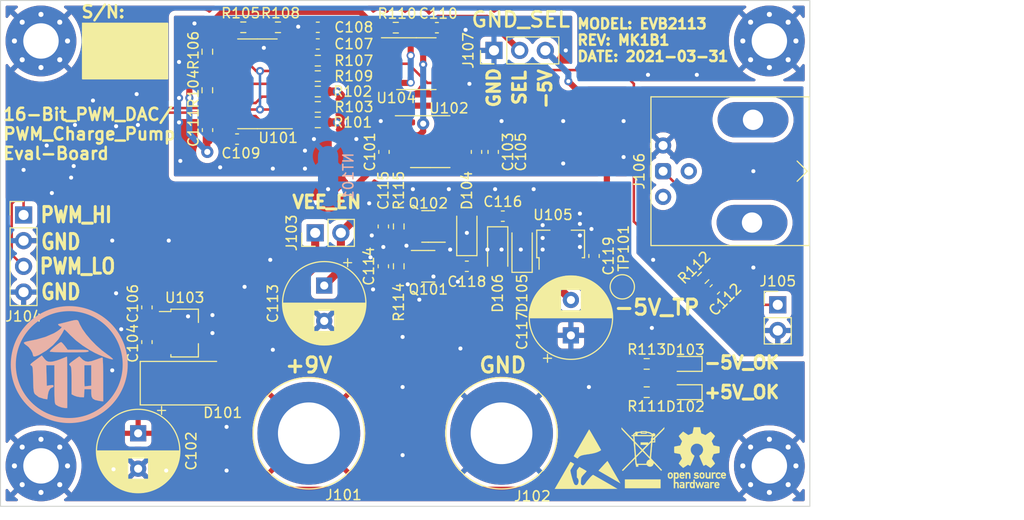
<source format=kicad_pcb>
(kicad_pcb (version 20210228) (generator pcbnew)
  (title_block (title "EVB2113") (date "2021-03-31") (rev "MK1B1"))
  (layers (0 "F.Cu" signal) (31 "B.Cu" signal) (34 "B.Paste" user) (35 "F.Paste" user) (36 "B.SilkS" user "B.Silkscreen") (37 "F.SilkS" user "F.Silkscreen") (38 "B.Mask" user) (39 "F.Mask" user) (44 "Edge.Cuts" user))
  (net 0 "")
  (net 1 "GNDA")
  (net 2 "+5V")
  (net 3 "/VREF_2V5")
  (net 4 "GND")
  (net 5 "+9V")
  (net 6 "Net-(C107-Pad2)")
  (net 7 "Net-(C107-Pad1)")
  (net 8 "+2V5")
  (net 9 "/DAC_OUT")
  (net 10 "/PWM_NEG_IN")
  (net 11 "Net-(C113-Pad1)")
  (net 12 "Net-(C116-Pad2)")
  (net 13 "Net-(C116-Pad1)")
  (net 14 "Net-(C117-Pad2)")
  (net 15 "-5V")
  (net 16 "Net-(D102-Pad2)")
  (net 17 "Net-(D103-Pad2)")
  (net 18 "/VIN_9V")
  (net 19 "/PWM_LO")
  (net 20 "/PWM_HI")
  (net 21 "Net-(Q101-Pad1)")
  (net 22 "Net-(R103-Pad2)")
  (net 23 "Net-(R103-Pad1)")
  (net 24 "Net-(R104-Pad2)")
  (net 25 "Net-(R104-Pad1)")
  (net 26 "Net-(R105-Pad2)")
  (net 27 "Net-(R106-Pad1)")
  (net 28 "Net-(R110-Pad1)")
  (net 29 "Net-(R112-Pad1)")
  (net 30 "Net-(D104-Pad1)")
  (net 31 "VEE")
  (footprint "Package_SO:SOIC-8_3.9x4.9mm_P1.27mm" (layer "F.Cu") (at 1.104625 -18.757625)
    (fp_text reference "U104")
    (fp_text value "OPA2188")
  )
  (footprint "Capacitor_THT:CP_Radial_D8.0mm_P3.50mm" (layer "F.Cu") (at -8.001 3.175 -90)
    (fp_text reference "C113")
    (fp_text value "100u")
  )
  (footprint "Symbol:ESD-Logo_6.6x6mm_SilkScreen" (layer "F.Cu") (at 18.034 20.32)
    (fp_text reference "REF**" hide)
    (fp_text value "ESD-Logo_6.6x6mm_SilkScreen" hide)
  )
  (footprint "Capacitor_SMD:C_0603_1608Metric_Pad1.08x0.95mm_HandSolder" (layer "F.Cu") (at -2.094 -10.033 -90)
    (fp_text reference "C101")
    (fp_text value "1u")
  )
  (footprint "Symbol:OSHW-Logo_5.7x6mm_SilkScreen" (layer "F.Cu") (at 28.829 20.193)
    (fp_text reference "REF**" hide)
    (fp_text value "OSHW-Logo_5.7x6mm_SilkScreen" hide)
  )
  (footprint "Capacitor_SMD:C_0603_1608Metric_Pad1.08x0.95mm_HandSolder" (layer "F.Cu") (at -8.636 -22.352 180)
    (fp_text reference "C108")
    (fp_text value "10n")
  )
  (footprint "Capacitor_SMD:C_0603_1608Metric_Pad1.08x0.95mm_HandSolder" (layer "F.Cu") (at -8.636 -20.701)
    (fp_text reference "C107")
    (fp_text value "5n6")
  )
  (footprint "Resistor_SMD:R_0603_1608Metric_Pad0.98x0.95mm_HandSolder" (layer "F.Cu") (at 23.876 13.716)
    (fp_text reference "R111")
    (fp_text value "1k")
  )
  (footprint "Connector_PinHeader_2.54mm:PinHeader_1x04_P2.54mm_Vertical" (layer "F.Cu") (at -37.719 -3.8)
    (fp_text reference "J104")
    (fp_text value "CONN_PWM_IN")
  )
  (footprint "MountingHole:MountingHole_3.5mm_Pad_Via" (layer "F.Cu") (at -36 -21)
    (fp_text reference "H101" hide)
    (fp_text value "M3")
  )
  (footprint "MountingHole:MountingHole_3.5mm_Pad_Via" (layer "F.Cu") (at 36 21)
    (fp_text reference "H103" hide)
    (fp_text value "M3")
  )
  (footprint "Package_SO:SOIC-8_3.9x4.9mm_P1.27mm" (layer "F.Cu") (at 2.478 -11.049)
    (fp_text reference "U102")
    (fp_text value "REF5025AD")
  )
  (footprint "Capacitor_SMD:C_0603_1608Metric_Pad1.08x0.95mm_HandSolder" (layer "F.Cu") (at 3.136625 -22.313625 180)
    (fp_text reference "C110")
    (fp_text value "100n")
  )
  (footprint "LED_SMD:LED_0603_1608Metric_Pad1.05x0.95mm_HandSolder" (layer "F.Cu") (at 27.686 13.716 180)
    (fp_text reference "D102")
    (fp_text value "GREEN")
  )
  (footprint "Connector_PinHeader_2.54mm:PinHeader_1x02_P2.54mm_Vertical" (layer "F.Cu") (at -8.895 -2.032 90)
    (fp_text reference "J103")
    (fp_text value "CONN_-5V_SW")
  )
  (footprint "Resistor_SMD:R_0603_1608Metric_Pad0.98x0.95mm_HandSolder" (layer "F.Cu") (at -8.636 -17.526 180)
    (fp_text reference "R109")
    (fp_text value "200k/0.1%")
  )
  (footprint "TestPoint:TestPoint_Pad_D2.0mm" (layer "F.Cu") (at 21.463 3.302)
    (fp_text reference "TP101")
    (fp_text value "TP_-5VOUT")
  )
  (footprint "Capacitor_THT:CP_Radial_D8.0mm_P3.50mm" (layer "F.Cu") (at 16.383 8.1015 90)
    (fp_text reference "C117")
    (fp_text value "100u")
  )
  (footprint "Capacitor_SMD:C_0603_1608Metric_Pad1.08x0.95mm_HandSolder" (layer "F.Cu") (at -2.159 1.27 90)
    (fp_text reference "C114")
    (fp_text value "2n2")
  )
  (footprint "Connector_PinHeader_2.54mm:PinHeader_1x03_P2.54mm_Vertical" (layer "F.Cu") (at 8.778 -20.066 90)
    (fp_text reference "J107")
    (fp_text value "Conn_01x03")
  )
  (footprint "Resistor_SMD:R_0603_1608Metric_Pad0.98x0.95mm_HandSolder" (layer "F.Cu") (at -0.927375 -22.313625 180)
    (fp_text reference "R110")
    (fp_text value "0R0")
  )
  (footprint "Resistor_SMD:R_0603_1608Metric_Pad0.98x0.95mm_HandSolder" (layer "F.Cu") (at -8.636 -14.478)
    (fp_text reference "R103")
    (fp_text value "3k92/0.1%")
  )
  (footprint "Package_TO_SOT_SMD:SOT-23" (layer "F.Cu") (at 2.286 -2.667 180)
    (fp_text reference "Q102")
    (fp_text value "MMBT3904")
  )
  (footprint "Capacitor_SMD:C_0603_1608Metric_Pad1.08x0.95mm_HandSolder" (layer "F.Cu") (at -2.159 -2.667 -90)
    (fp_text reference "C115")
    (fp_text value "100n")
  )
  (footprint "Resistor_SMD:R_0603_1608Metric_Pad0.98x0.95mm_HandSolder" (layer "F.Cu") (at 29.464 2.413 45)
    (fp_text reference "R112")
    (fp_text value "220R")
  )
  (footprint "Resistor_SMD:R_0603_1608Metric_Pad0.98x0.95mm_HandSolder" (layer "F.Cu") (at -0.635 1.27 90)
    (fp_text reference "R114")
    (fp_text value "1k")
  )
  (footprint "Resistor_SMD:R_0603_1608Metric_Pad0.98x0.95mm_HandSolder" (layer "F.Cu") (at 23.876 10.922)
    (fp_text reference "R113")
    (fp_text value "1k")
  )
  (footprint "Connector_PinHeader_2.54mm:PinHeader_1x02_P2.54mm_Vertical" (layer "F.Cu") (at 36.83 5.08)
    (fp_text reference "J105")
    (fp_text value "CONN_DAC_OUT_PINS")
  )
  (footprint "Capacitor_SMD:C_0603_1608Metric_Pad1.08x0.95mm_HandSolder" (layer "F.Cu") (at 9.652 -3.683)
    (fp_text reference "C116")
    (fp_text value "10u")
  )
  (footprint "Capacitor_SMD:C_0603_1608Metric_Pad1.08x0.95mm_HandSolder" (layer "F.Cu") (at 18.669 0.254 -90)
    (fp_text reference "C119")
    (fp_text value "10u")
  )
  (footprint "Connector:Banana_Jack_1Pin" (layer "F.Cu") (at 9.525 17.78)
    (fp_text reference "J102")
    (fp_text value "CONN_GND")
  )
  (footprint "MountingHole:MountingHole_3.5mm_Pad_Via" (layer "F.Cu") (at -36 21)
    (fp_text reference "H102" hide)
    (fp_text value "M3")
  )
  (footprint "Diode_SMD:D_SMA-SMB_Universal_Handsoldering" (layer "F.Cu") (at -21.336 12.827)
    (fp_text reference "D101")
    (fp_text value "SS14")
  )
  (footprint "Resistor_SMD:R_0603_1608Metric_Pad0.98x0.95mm_HandSolder" (layer "F.Cu") (at -0.635 -2.667 -90)
    (fp_text reference "R115")
    (fp_text value "1k")
  )
  (footprint "Resistor_SMD:R_0603_1608Metric_Pad0.98x0.95mm_HandSolder" (layer "F.Cu") (at -12.573 -22.352)
    (fp_text reference "R108")
    (fp_text value "200k")
  )
  (footprint "Capacitor_SMD:C_0603_1608Metric_Pad1.08x0.95mm_HandSolder" (layer "F.Cu") (at 30.607 3.556 -135)
    (fp_text reference "C112")
    (fp_text value "100n")
  )
  (footprint "Capacitor_SMD:C_0603_1608Metric_Pad1.08x0.95mm_HandSolder" (layer "F.Cu") (at -19.537 -12.192 90)
    (fp_text reference "C111")
    (fp_text value "1u")
  )
  (footprint "Diode_SMD:D_SOD-123" (layer "F.Cu") (at 9.144 -0.381 -90)
    (fp_text reference "D106")
    (fp_text value "1N4148W")
  )
  (footprint "Package_TO_SOT_SMD:SOT-89-3" (layer "F.Cu") (at -22.098 7.874)
    (fp_text reference "U103")
    (fp_text value "L78L05")
  )
  (footprint "Resistor_SMD:R_0603_1608Metric_Pad0.98x0.95mm_HandSolder" (layer "F.Cu") (at -19.558 -16.129 -90)
    (fp_text reference "R104")
    (fp_text value "1M/0.1%")
  )
  (footprint "Capacitor_SMD:C_0603_1608Metric_Pad1.08x0.95mm_HandSolder" (layer "F.Cu") (at -16.616 -11.303)
    (fp_text reference "C109")
    (fp_text value "100n")
  )
  (footprint "Capacitor_SMD:C_0603_1608Metric_Pad1.08x0.95mm_HandSolder" (layer "F.Cu") (at 8.701 -10.033 -90)
    (fp_text reference "C105")
    (fp_text value "100n")
  )
  (footprint "Diode_SMD:D_SOD-123" (layer "F.Cu") (at 11.557 -0.381 90)
    (fp_text reference "D105")
    (fp_text value "1N4148W")
  )
  (footprint "Capacitor_THT:CP_Radial_D8.0mm_P3.50mm" (layer "F.Cu") (at -26.395 17.78 -90)
    (fp_text reference "C102")
    (fp_text value "100u")
  )
  (footprint "Capacitor_SMD:C_0603_1608Metric_Pad1.08x0.95mm_HandSolder" (layer "F.Cu") (at 7.05 -10.033 -90)
    (fp_text reference "C103")
    (fp_text value "1u")
  )
  (footprint "Resistor_SMD:R_0603_1608Metric_Pad0.98x0.95mm_HandSolder" (layer "F.Cu") (at -8.636 -16.002)
    (fp_text reference "R102")
    (fp_text value "10k")
  )
  (footprint "Capacitor_SMD:C_0603_1608Metric_Pad1.08x0.95mm_HandSolder" (layer "F.Cu") (at -25.527 5.334 90)
    (fp_text reference "C106")
    (fp_text value "100n")
  )
  (footprint "Package_SO:SOIC-14_3.9x8.7mm_P1.27mm" (layer "F.Cu") (at -14.605 -16.764 180)
    (fp_text reference "U101")
    (fp_text value "74LV14")
  )
  (footprint "Capacitor_SMD:C_0603_1608Metric_Pad1.08x0.95mm_HandSolder" (layer "F.Cu") (at 6.096 1.27)
    (fp_text reference "C118")
    (fp_text value "1u")
  )
  (footprint "Connector:Banana_Jack_1Pin" (layer "F.Cu") (at -9.525 17.78)
    (fp_text reference "J101")
    (fp_text value "CONN_9V_IN")
  )
  (footprint "LED_SMD:LED_0603_1608Metric_Pad1.05x0.95mm_HandSolder" (layer "F.Cu") (at 27.686 10.922 180)
    (fp_text reference "D103")
    (fp_text value "RED")
  )
  (footprint "MountingHole:MountingHole_3.5mm_Pad_Via" (layer "F.Cu") (at 36 -21)
    (fp_text reference "H104" hide)
    (fp_text value "M3")
  )
  (footprint "Resistor_SMD:R_0603_1608Metric_Pad0.98x0.95mm_HandSolder" (layer "F.Cu") (at -16.002 -22.352 180)
    (fp_text reference "R105")
    (fp_text value "3k92/0.1%")
  )
  (footprint "Resistor_SMD:R_0603_1608Metric_Pad0.98x0.95mm_HandSolder" (layer "F.Cu") (at -8.636 -19.05)
    (fp_text reference "R107")
    (fp_text value "1M/0.1%")
  )
  (footprint "Symbol:WEEE-Logo_4.2x6mm_SilkScreen" (layer "F.Cu") (at 23.495 20.193)
    (fp_text reference "REF**" hide)
    (fp_text value "WEEE-Logo_4.2x6mm_SilkScreen" hide)
  )
  (footprint "Package_TO_SOT_SMD:SOT-89-3" (layer "F.Cu") (at 15.367 -0.635 90)
    (fp_text reference "U105")
    (fp_text value "79L05")
  )
  (footprint "Package_TO_SOT_SMD:SOT-23" (layer "F.Cu") (at 2.286 1.27)
    (fp_text reference "Q101")
    (fp_text value "MMBT3904")
  )
  (footprint "Resistor_SMD:R_0603_1608Metric_Pad0.98x0.95mm_HandSolder" (layer "F.Cu") (at -8.636 -12.954)
    (fp_text reference "R101")
    (fp_text value "10k")
  )
  (footprint "Resistor_SMD:R_0603_1608Metric_Pad0.98x0.95mm_HandSolder" (layer "F.Cu") (at -19.558 -19.939 90)
    (fp_text reference "R106")
    (fp_text value "1M/0.1%")
  )
  (footprint "Connector_Coaxial:BNC_Amphenol_031-6575_Horizontal" (layer "F.Cu") (at 25.495 -8.128 -90)
    (fp_text reference "J106")
    (fp_text value "CONN_DAC_OUT_BNC")
  )
  (footprint "Diode_SMD:D_SOD-123" (layer "F.Cu") (at 6.096 -2.032 90)
    (fp_text reference "D104")
    (fp_text value "1N4148W")
  )
  (footprint "Capacitor_SMD:C_0603_1608Metric_Pad1.08x0.95mm_HandSolder" (layer "F.Cu") (at -25.527 8.763 90)
    (fp_text reference "C104")
    (fp_text value "1u")
  )
  (footprint "PWMDAC:Logo_Ming" (layer "B.Cu") (at -33.401 10.795 180)
    (fp_text reference "G***" hide)
    (fp_text value "LOGO" hide)
  )
  (footprint "NetTie:NetTie-2_SMD_Pad2.0mm" (layer "B.Cu") (at -7.62 -7.62 90)
    (fp_text reference "NT101")
    (fp_text value "NetTie_2")
  )
  (gr_rect (start -31.877 -22.733) (end -23.495 -17.272) (layer "F.SilkS") (width 0.15) (fill solid))
  (gr_rect (start -40 -25) (end 40 25) (layer "Edge.Cuts") (width 0.1) (fill none))
  (gr_text "S/N:" (at -32.131 -23.876) (layer "F.SilkS") (effects (font (size 1.2 1.2) (thickness 0.25)) (justify left)))
  (gr_text "GND" (at -34.036 3.81) (layer "F.SilkS") (effects (font (size 1.5 1.25) (thickness 0.3))))
  (gr_text "PWM_LO" (at -32.385 1.27) (layer "F.SilkS") (effects (font (size 1.5 1.25) (thickness 0.3))))
  (gr_text "SEL" (at 11.303 -16.383 90) (layer "F.SilkS") (effects (font (size 1.25 1.25) (thickness 0.3))))
  (gr_text "-5V_OK" (at 33.274 10.795) (layer "F.SilkS") (effects (font (size 1.25 1.25) (thickness 0.3))))
  (gr_text "-5V" (at 13.843 -16.256 90) (layer "F.SilkS") (effects (font (size 1.25 1.25) (thickness 0.3))))
  (gr_text "PWM_HI" (at -32.512 -3.81) (layer "F.SilkS") (effects (font (size 1.5 1.25) (thickness 0.3))))
  (gr_text "GND" (at 9.652 11.049) (layer "F.SilkS") (effects (font (size 1.5 1.5) (thickness 0.3))))
  (gr_text "-5V_TP" (at 24.892 5.334) (layer "F.SilkS") (effects (font (size 1.5 1.5) (thickness 0.3))))
  (gr_text "MODEL: ${TITLE}\nREV: ${REVISION}\nDATE: ${ISSUE_DATE}" (at 16.891 -21.082) (layer "F.SilkS") (effects (font (size 1 1) (thickness 0.25)) (justify left)))
  (gr_text "16-Bit_PWM_DAC/\nPWM_Charge_Pump\nEval-Board\n" (at -39.878 -11.811) (layer "F.SilkS") (effects (font (size 1.2 1.2) (thickness 0.25)) (justify left)))
  (gr_text "GND_SEL" (at 11.43 -23.114) (layer "F.SilkS") (effects (font (size 1.5 1.5) (thickness 0.25))))
  (gr_text "GND" (at -34.036 -1.143) (layer "F.SilkS") (effects (font (size 1.5 1.25) (thickness 0.3))))
  (gr_text "GND" (at 8.763 -16.383 90) (layer "F.SilkS") (effects (font (size 1.25 1.25) (thickness 0.3))))
  (gr_text "+5V_OK" (at 33.274 13.716) (layer "F.SilkS") (effects (font (size 1.25 1.25) (thickness 0.3))))
  (gr_text "VEE_EN" (at -7.747 -5.08) (layer "F.SilkS") (effects (font (size 1.25 1.25) (thickness 0.3))))
  (gr_text "+9V" (at -9.525 11.049) (layer "F.SilkS") (effects (font (size 1.5 1.5) (thickness 0.3))))
  (segment (start -9.4985 -22.352) (end -10.515364 -22.352) (width 0.6) (layer "F.Cu") (net 1))
  (segment (start -13.716 -20.574) (end -13.97 -20.32) (width 0.6) (layer "F.Cu") (net 1))
  (segment (start -0.0235 -9.1705) (end 0.003 -9.144) (width 0.6) (layer "F.Cu") (net 1))
  (segment (start -2.094 -9.1705) (end -0.0235 -9.1705) (width 0.6) (layer "F.Cu") (net 1))
  (segment (start -10.515364 -22.352) (end -10.573 -22.409636) (width 0.6) (layer "F.Cu") (net 1))
  (segment (start -12.13 -20.574) (end -13.716 -20.574) (width 0.6) (layer "F.Cu") (net 1))
  (segment (start 7.05 -9.1705) (end 8.701 -9.1705) (width 0.6) (layer "F.Cu") (net 1))
  (via (at -9.906 -8.382) (size 0.8) (drill 0.4) (layers "F.Cu" "B.Cu") (net 1))
  (via (at -13.97 -20.32) (size 0.8) (drill 0.4) (layers "F.Cu" "B.Cu") (net 1))
  (via (at 21.59 -13.081) (size 0.8) (drill 0.4) (layers "F.Cu" "B.Cu") (net 1))
  (via (at -18.288 -8.509) (size 0.8) (drill 0.4) (layers "F.Cu" "B.Cu") (net 1))
  (via (at 15.621 -13.081) (size 0.8) (drill 0.4) (layers "F.Cu" "B.Cu") (net 1))
  (via (at -22.352 -12.954) (size 0.8) (drill 0.4) (layers "F.Cu" "B.Cu") (net 1))
  (via (at 15.875 -20.066) (size 0.8) (drill 0.4) (layers "F.Cu" "B.Cu") (net 1))
  (via (at 9.525 -13.081) (size 0.8) (drill 0.4) (layers "F.Cu" "B.Cu") (net 1))
  (via (at -9.017 -11.303) (size 0.8) (drill 0.4) (layers "F.Cu" "B.Cu") (net 1))
  (via (at 34.417 -8.128) (size 0.8) (drill 0.4) (layers "F.Cu" "B.Cu") (net 1))
  (via (at 15.621 -8.89) (size 0.8) (drill 0.4) (layers "F.Cu" "B.Cu") (net 1))
  (via (at -9.906 -10.16) (size 0.8) (drill 0.4) (layers "F.Cu" "B.Cu") (net 1))
  (via (at 6.35 -16.764) (size 0.8) (drill 0.4) (layers "F.Cu" "B.Cu") (net 1))
  (via (at -2.413 -13.081) (size 0.8) (drill 0.4) (layers "F.Cu" "B.Cu") (net 1))
  (via (at -22.352 -15.367) (size 0.8) (drill 0.4) (layers "F.Cu" "B.Cu") (net 1))
  (via (at -4.826 -11.303) (size 0.8) (drill 0.4) (layers "F.Cu" "B.Cu") (net 1))
  (via (at 34.417 1.397) (size 0.8) (drill 0.4) (layers "F.Cu" "B.Cu") (net 1))
  (via (at -20.828 -22.733) (size 0.8) (drill 0.4) (layers "F.Cu" "B.Cu") (net 1))
  (via (at 24.511 0.635) (size 0.8) (drill 0.4) (layers "F.Cu" "B.Cu") (net 1))
  (via (at -10.573 -22.409636) (size 0.8) (drill 0.4) (layers "F.Cu" "B.Cu") (net 1))
  (via (at 5.969 -22.098) (size 0.8) (drill 0.4) (layers "F.Cu" "B.Cu") (net 1))
  (via (at -22.225 -9.144) (size 0.8) (drill 0.4) (layers "F.Cu" "B.Cu") (net 1))
  (via (at -22.352 -18.923) (size 0.8) (drill 0.4) (layers "F.Cu" "B.Cu") (net 1))
  (via (at -13.081 -8.382) (size 0.8) (drill 0.4) (layers "F.Cu" "B.Cu") (net 1))
  (via (at 21.59 -9.525) (size 0.8) (drill 0.4) (layers "F.Cu" "B.Cu") (net 1))
  (segment (start 3.999125 -22.313625) (end 3.999125 -21.082125) (width 0.6) (layer "F.Cu") (net 2))
  (segment (start 13.319489 23.360011) (end -28.836989 23.360011) (width 0.6) (layer "F.Cu") (net 2))
  (segment (start -1.3055 -11.684) (end -2.094 -10.8955) (width 0.6) (layer "F.Cu") (net 2))
  (segment (start -30.861 8.128) (end -28.9295 6.1965) (width 0.6) (layer "F.Cu") (net 2))
  (segment (start 1.778 -18.669) (end 1.778 -19.836) (width 0.6) (layer "F.Cu") (net 2))
  (segment (start -28.9295 6.1965) (end -25.527 6.1965) (width 0.6) (layer "F.Cu") (net 2))
  (segment (start 0.003 -11.684) (end -1.3055 -11.684) (width 0.6) (layer "F.Cu") (net 2))
  (segment (start -3.06902 -8.50573) (end -3.06902 -9.92048) (width 0.6) (layer "F.Cu") (net 2))
  (segment (start -23.748 6.374) (end -25.3495 6.374) (width 0.6) (layer "F.Cu") (net 2))
  (segment (start -23.748 6.374) (end -12.929 -4.445) (width 0.6) (layer "F.Cu") (net 2))
  (segment (start 22.9635 13.716) (end 13.319489 23.360011) (width 0.6) (layer "F.Cu") (net 2))
  (segment (start 0.003 -11.684) (end 0.978 -11.684) (width 0.6) (layer "F.Cu") (net 2))
  (segment (start 1.778 -19.836) (end 2.604625 -20.662625) (width 0.6) (layer "F.Cu") (net 2))
  (segment (start -3.06902 -9.92048) (end -2.094 -10.8955) (width 0.6) (layer "F.Cu") (net 2))
  (segment (start 2.604625 -20.662625) (end 3.579625 -20.662625) (width 0.6) (layer "F.Cu") (net 2))
  (segment (start 1.397 -11.684) (end 1.778 -12.065) (width 0.6) (layer "F.Cu") (net 2))
  (segment (start -7.12975 -4.445) (end -3.06902 -8.50573) (width 0.6) (layer "F.Cu") (net 2))
  (segment (start 1.778 -12.065) (end 1.778 -12.827) (width 0.6) (layer "F.Cu") (net 2))
  (segment (start -30.861 21.336) (end -30.861 8.128) (width 0.6) (layer "F.Cu") (net 2))
  (segment (start -28.836989 23.360011) (end -30.861 21.336) (width 0.6) (layer "F.Cu") (net 2))
  (segment (start 0.003 -11.684) (end 1.397 -11.684) (width 0.6) (layer "F.Cu") (net 2))
  (segment (start 3.999125 -21.082125) (end 3.579625 -20.662625) (width 0.6) (layer "F.Cu") (net 2))
  (segment (start -12.929 -4.445) (end -7.12975 -4.445) (width 0.6) (layer "F.Cu") (net 2))
  (via (at 1.778 -18.669) (size 0.8) (drill 0.4) (layers "F.Cu" "B.Cu") (net 2))
  (via (at 1.778 -12.827) (size 1.2) (drill 0.6) (layers "F.Cu" "B.Cu") (net 2))
  (segment (start 1.778 -12.827) (end 1.778 -18.669) (width 0.6) (layer "B.Cu") (net 2))
  (segment (start -3.175 -15.875) (end -3.175 -17.293) (width 0.6) (layer "F.Cu") (net 3))
  (segment (start 7.05 -10.8955) (end 8.701 -10.8955) (width 0.6) (layer "F.Cu") (net 3))
  (segment (start 5.196268 -14.605) (end -1.905 -14.605) (width 0.6) (layer "F.Cu") (net 3))
  (segment (start 7.05 -10.8955) (end 7.05 -12.751268) (width 0.6) (layer "F.Cu") (net 3))
  (segment (start 7.05 -12.751268) (end 5.196268 -14.605) (width 0.6) (layer "F.Cu") (net 3))
  (segment (start -3.175 -17.293) (end -2.345375 -18.122625) (width 0.6) (layer "F.Cu") (net 3))
  (segment (start 6.5685 -10.414) (end 7.05 -10.8955) (width 0.6) (layer "F.Cu") (net 3))
  (segment (start -1.905 -14.605) (end -3.175 -15.875) (width 0.6) (layer "F.Cu") (net 3))
  (segment (start 4.953 -10.414) (end 6.5685 -10.414) (width 0.6) (layer "F.Cu") (net 3))
  (segment (start -2.345375 -18.122625) (end -1.370375 -18.122625) (width 0.6) (layer "F.Cu") (net 3))
  (segment (start -6.35 -7.62) (end -6.35 -12.573) (width 0.8) (layer "F.Cu") (net 4))
  (segment (start 11.557 -0.254) (end 11.43 -0.381) (width 0.8) (layer "F.Cu") (net 4))
  (segment (start -7.62 -6.35) (end -6.35 -7.62) (width 0.8) (layer "F.Cu") (net 4))
  (segment (start -6.35 -15.621) (end -6.731 -16.002) (width 0.8) (layer "F.Cu") (net 4))
  (segment (start -2.159 -0.635) (end -2.159 0.4075) (width 0.6) (layer "F.Cu") (net 4))
  (segment (start -2.159 -1.8045) (end -2.159 -0.635) (width 0.6) (layer "F.Cu") (net 4))
  (segment (start -6.35 -12.573) (end -6.731 -12.954) (width 0.8) (layer "F.Cu") (net 4))
  (segment (start 13.867 -0.103) (end 13.589 -0.381) (width 0.8) (layer "F.Cu") (net 4))
  (segment (start 13.867 1.015) (end 13.867 -0.103) (width 0.8) (layer "F.Cu") (net 4))
  (segment (start -7.7235 -16.002) (end -6.731 -16.002) (width 0.8) (layer "F.Cu") (net 4))
  (segment (start -7.7235 -12.954) (end -6.731 -12.954) (width 0.8) (layer "F.Cu") (net 4))
  (segment (start -6.731 -12.954) (end -6.35 -13.335) (width 0.8) (layer "F.Cu") (net 4))
  (segment (start -6.35 -13.335) (end -6.35 -15.621) (width 0.8) (layer "F.Cu") (net 4))
  (segment (start 11.557 1.269) (end 11.557 -0.254) (width 0.8) (layer "F.Cu") (net 4))
  (segment (start -25.527 7.9005) (end -23.687 7.9005) (width 0.6) (layer "F.Cu") (net 4))
  (via (at 5.207 2.794) (size 0.8) (drill 0.4) (layers "F.Cu" "B.Cu") (net 4))
  (via (at -13.335 0.635) (size 0.8) (drill 0.4) (layers "F.Cu" "B.Cu") (net 4))
  (via (at -0.254 19.939) (size 0.8) (drill 0.4) (layers "F.Cu" "B.Cu") (net 4))
  (via (at 17.272 -1.778) (size 0.8) (drill 0.4) (layers "F.Cu" "B.Cu") (net 4))
  (via (at -6.731 -16.002) (size 0.8) (drill 0.4) (layers "F.Cu" "B.Cu") (net 4))
  (via (at -26.416 -12.7) (size 0.8) (drill 0.4) (layers "F.Cu" "B.Cu") (net 4))
  (via (at 11.43 -0.381) (size 0.8) (drill 0.4) (layers "F.Cu" "B.Cu") (net 4))
  (via (at -0.254 8.255) (size 0.8) (drill 0.4) (layers "F.Cu" "B.Cu") (net 4))
  (via (at -19.05 7.874) (size 0.8) (drill 0.4) (layers "F.Cu" "B.Cu") (net 4))
  (via (at 0.762 -6.35) (size 0.8) (drill 0.4) (layers "F.Cu" "B.Cu") (net 4))
  (via (at -3.175 3.556) (size 0.8) (drill 0.4) (layers "F.Cu" "B.Cu") (net 4))
  (via (at -7.62 -6.35) (size 0.8) (drill 0.4) (layers "F.Cu" "B.Cu") (net 4))
  (via (at -17.653 17.145) (size 0.8) (drill 0.4) (layers "F.Cu" "B.Cu") (net 4))
  (via (at -32.766 -8.636) (size 0.8) (drill 0.4) (layers "F.Cu" "B.Cu") (net 4))
  (via (at 24.384 7.366) (size 0.8) (drill 0.4) (layers "F.Cu" "B.Cu") (net 4))
  (via (at -32.639 -12.7) (size 0.8) (drill 0.4) (layers "F.Cu" "B.Cu") (net 4))
  (via (at -37.719 -8.255) (size 0.8) (drill 0.4) (layers "F.Cu" "B.Cu") (net 4))
  (via (at 6.096 -2.032) (size 0.8) (drill 0.4) (layers "F.Cu" "B.Cu") (net 4))
  (via (at -13.081 9.525) (size 0.8) (drill 0.4) (layers "F.Cu" "B.Cu") (net 4))
  (via (at -3.429 0.381) (size 0.8) (drill 0.4) (layers "F.Cu" "B.Cu") (net 4))
  (via (at -26.543 -15.748) (size 0.8) (drill 0.4) (layers "F.Cu" "B.Cu") (net 4))
  (via (at -2.159 -0.635) (size 0.8) (drill 0.4) (layers "F.Cu" "B.Cu") (net 4))
  (via (at 18.161 13.208) (size 0.8) (drill 0.4) (layers "F.Cu" "B.Cu") (net 4))
  (via (at -21.463 6.223) (size 0.8) (drill 0.4) (layers "F.Cu" "B.Cu") (net 4))
  (via (at 13.589 -1.524) (size 0.8) (drill 0.4) (layers "F.Cu" "B.Cu") (net 4))
  (via (at 18.415 -2.413) (size 0.8) (drill 0.4) (layers "F.Cu" "B.Cu") (net 4))
  (via (at -30.861 -15.113) (size 0.8) (drill 0.4) (layers "F.Cu" "B.Cu") (net 4))
  (via (at 5.461 9.398) (size 0.8) (drill 0.4) (layers "F.Cu" "B.Cu") (net 4))
  (via (at 8.128 -0.381) (size 0.8) (drill 0.4) (layers "F.Cu" "B.Cu") (net 4))
  (via (at 12.7 -6.35) (size 0.8) (drill 0.4) (layers "F.Cu" "B.Cu") (net 4))
  (via (at -17.653 21.463) (size 0.8) (drill 0.4) (layers "F.Cu" "B.Cu") (net 4))
  (via (at -3.302 -1.778) (size 0.8) (drill 0.4) (layers "F.Cu" "B.Cu") (net 4))
  (via (at -28.575 3.937) (size 0.8) (drill 0.4) (layers "F.Cu" "B.Cu") (net 4))
  (via (at -19.05 6.096) (size 0.8) (drill 0.4) (layers "F.Cu" "B.Cu") (net 4))
  (via (at -28.067 7.493) (size 0.8) (drill 0.4) (layers "F.Cu" "B.Cu") (net 4))
  (via (at 2.794 2.286) (size 0.8) (drill 0.4) (layers "F.Cu" "B.Cu") (net 4))
  (via (at 17.272 -3.937) (size 0.8) (drill 0.4) (layers "F.Cu" "B.Cu") (net 4))
  (via (at 9.525 -0.381) (size 0.8) (drill 0.4) (layers "F.Cu" "B.Cu") (net 4))
  (via (at 1.397 4.572) (size 0.8) (drill 0.4) (layers "F.Cu" "B.Cu") (net 4))
  (via (at -0.254 13.208) (size 0.8) (drill 0.4) (layers "F.Cu" "B.Cu") (net 4))
  (via (at -28.956 -1.27) (size 0.8) (drill 0.4) (layers "F.Cu" "B.Cu") (net 4))
  (via (at -3.556 -4.953) (size 0.8) (drill 0.4) (layers "F.Cu" "B.Cu") (net 4))
  (via (at 4.445 -0.381) (size 0.8) (drill 0.4) (layers "F.Cu" "B.Cu") (net 4))
  (via (at 0.254 3.048) (size 0.8) (drill 0.4) (layers "F.Cu" "B.Cu") (net 4))
  (via (at -35.433 -10.668) (size 0.8) (drill 0.4) (layers "F.Cu" "B.Cu") (net 4))
  (via (at -28.829 21.336) (size 0.8) (drill 0.4) (layers "F.Cu" "B.Cu") (net 4))
  (via (at 8.89 -6.35) (size 0.8) (drill 0.4) (layers "F.Cu" "B.Cu") (net 4))
  (via (at -23.622 21.463) (size 0.8) (drill 0.4) (layers "F.Cu" "B.Cu") (net 4))
  (via (at 17.272 -0.635) (size 0.8) (drill 0.4) (layers "F.Cu" "B.Cu") (net 4))
  (via (at -33.02 -7.493) (size 0.8) (drill 0.4) (layers "F.Cu" "B.Cu") (net 4))
  (via (at -28.956 11.557) (size 0.8) (drill 0.4) (layers "F.Cu" "B.Cu") (net 4))
  (via (at 17.272 -2.921) (size 0.8) (drill 0.4) (layers "F.Cu" "B.Cu") (net 4))
  (via (at -23.368 -1.27) (size 0.8) (drill 0.4) (layers "F.Cu" "B.Cu") (net 4))
  (via (at 28.829 -17.653) (size 0.8) (drill 0.4) (layers "F.Cu" "B.Cu") (net 4))
  (via (at -28.575 -12.573) (size 0.8) (drill 0.4) (layers "F.Cu" "B.Cu") (net 4))
  (via (at 24.003 -17.653) (size 0.8) (drill 0.4) (layers "F.Cu" "B.Cu") (net 4))
  (via (at -6.731 -12.954) (size 0.8) (drill 0.4) (layers "F.Cu" "B.Cu") (net 4))
  (via (at -15.875 3.302) (size 0.8) (drill 0.4) (layers "F.Cu" "B.Cu") (net 4))
  (via (at 4.318 -6.35) (size 0.8) (drill 0.4) (layers "F.Cu" "B.Cu") (net 4))
  (via (at 13.589 -0.381) (size 0.8) (drill 0.4) (layers "F.Cu" "B.Cu") (net 4))
  (via (at 13.589 -2.794) (size 0.8) (drill 0.4) (layers "F.Cu" "B.Cu") (net 4))
  (via (at 0.127 -0.762) (size 0.8) (drill 0.4) (layers "F.Cu" "B.Cu") (net 4))
  (via (at -34.925 -5.969) (size 0.8) (drill 0.4) (layers "F.Cu" "B.Cu") (net 4))
  (segment (start -8.895 1.275) (end -8.895 -2.032) (width 0.8) (layer "F.Cu") (net 5))
  (segment (start -25.2755 9.374) (end -25.527 9.6255) (width 0.6) (layer "F.Cu") (net 5))
  (segment (start -16.994 9.374) (end -8.895 1.275) (width 0.8) (layer "F.Cu") (net 5))
  (segment (start -23.748 9.374) (end -16.994 9.374) (width 0.8) (layer "F.Cu") (net 5))
  (segment (start -10.86048 -21.55198) (end -7.78502 -21.55198) (width 0.25) (layer "F.Cu") (net 6))
  (segment (start -7.7735 -21.5635) (end -7.7735 -20.701) (width 0.25) (layer "F.Cu") (net 6))
  (segment (start -7.78502 -21.55198) (end -7.7735 -21.5635) (width 0.25) (layer "F.Cu") (net 6))
  (segment (start 2.204142 -16.852625) (end 3.579625 -16.852625) (width 0.25) (layer "F.Cu") (net 6))
  (segment (start -11.6605 -22.352) (end -10.86048 -21.55198) (width 0.25) (layer "F.Cu") (net 6))
  (segment (start -3.571145 -18.747645) (end 0.309122 -18.747645) (width 0.25) (layer "F.Cu") (net 6))
  (segment (start -5.5245 -20.701) (end -3.571145 -18.747645) (width 0.25) (layer "F.Cu") (net 6))
  (segment (start 0.309122 -18.747645) (end 2.204142 -16.852625) (width 0.25) (layer "F.Cu") (net 6))
  (segment (start -7.7735 -22.352) (end -7.7735 -21.5635) (width 0.25) (layer "F.Cu") (net 6))
  (segment (start -7.7735 -20.701) (end -5.5245 -20.701) (width 0.25) (layer "F.Cu") (net 6))
  (segment (start -8.636 -19.939) (end -9.398 -20.701) (width 0.25) (layer "F.Cu") (net 7))
  (segment (start -8.636 -18.161) (end -8.636 -19.939) (width 0.25) (layer "F.Cu") (net 7))
  (segment (start -9.271 -17.526) (end -8.636 -18.161) (width 0.25) (layer "F.Cu") (net 7))
  (segment (start -19.558 -10.033) (end -19.558 -11.3085) (width 0.6) (layer "F.Cu") (net 8))
  (segment (start -18.073992 -23.86602) (end -21.336 -20.604012) (width 0.6) (layer "F.Cu") (net 8))
  (segment (start -19.558 -11.3085) (end -19.537 -11.3295) (width 0.6) (layer "F.Cu") (net 8))
  (segment (start -17.08 -12.954) (end -17.08 -11.7015) (width 0.6) (layer "F.Cu") (net 8))
  (segment (start -21.336 -20.604012) (end -21.336 -15.367) (width 0.6) (layer "F.Cu") (net 8))
  (segment (start -4.43502 -23.86602) (end -18.073992 -23.86602) (width 0.6) (layer "F.Cu") (net 8))
  (segment (start -2.882625 -22.313625) (end -4.43502 -23.86602) (width 0.6) (layer "F.Cu") (net 8))
  (segment (start -1.839875 -22.313625) (end -2.882625 -22.313625) (width 0.6) (layer "F.Cu") (net 8))
  (segment (start -19.537 -11.3295) (end -17.505 -11.3295) (width 0.6) (layer "F.Cu") (net 8))
  (segment (start -17.08 -11.7015) (end -17.4785 -11.303) (width 0.6) (layer "F.Cu") (net 8))
  (via (at -19.558 -10.033) (size 1.2) (drill 0.6) (layers "F.Cu" "B.Cu") (net 8))
  (via (at -21.336 -15.367) (size 0.8) (drill 0.4) (layers "F.Cu" "B.Cu") (net 8))
  (segment (start -21.336 -11.811) (end -19.558 -10.033) (width 0.6) (layer "B.Cu") (net 8))
  (segment (start -21.336 -15.367) (end -21.336 -11.811) (width 0.6) (layer "B.Cu") (net 8))
  (segment (start 25.495 -8.128) (end 27.051 -6.572) (width 0.25) (layer "F.Cu") (net 9))
  (segment (start 30.109235 1.838475) (end 31.21688 2.94612) (width 0.25) (layer "F.Cu") (net 9))
  (segment (start 30.109235 1.767765) (end 30.109235 1.838475) (width 0.25) (layer "F.Cu") (net 9))
  (segment (start 27.051 -6.572) (end 27.051 -1.29047) (width 0.25) (layer "F.Cu") (net 9))
  (segment (start 36.83 5.08) (end 33.35076 5.08) (width 0.25) (layer "F.Cu") (net 9))
  (segment (start 33.35076 5.08) (end 31.21688 2.94612) (width 0.25) (layer "F.Cu") (net 9))
  (segment (start 27.051 -1.29047) (end 30.109235 1.767765) (width 0.25) (layer "F.Cu") (net 9))
  (segment (start -0.685 2.1325) (end -0.635 2.1825) (width 0.6) (layer "F.Cu") (net 10))
  (segment (start -2.159 2.1325) (end -0.685 2.1325) (width 0.6) (layer "F.Cu") (net 10))
  (segment (start -6.355 1.529) (end -6.355 -2.032) (width 0.8) (layer "F.Cu") (net 11))
  (segment (start -8.001 3.175) (end -6.355 1.529) (width 0.8) (layer "F.Cu") (net 11))
  (segment (start -4.8575 -3.5295) (end -6.355 -2.032) (width 0.8) (layer "F.Cu") (net 11))
  (segment (start -2.109 -3.5795) (end -0.635 -3.5795) (width 0.6) (layer "F.Cu") (net 11))
  (segment (start -0.635 -3.5795) (end 0.436 -3.5795) (width 0.6) (layer "F.Cu") (net 11))
  (segment (start -2.159 -3.5295) (end -4.8575 -3.5295) (width 0.8) (layer "F.Cu") (net 11))
  (segment (start 0.436 -3.5795) (end 1.3485 -2.667) (width 0.6) (layer "F.Cu") (net 11))
  (segment (start 10.5145 -3.683) (end 10.5145 -3.0735) (width 0.6) (layer "F.Cu") (net 12))
  (segment (start 10.5145 -3.4015) (end 9.144 -2.031) (width 0.6) (layer "F.Cu") (net 12))
  (segment (start 10.5145 -3.0735) (end 11.557 -2.031) (width 0.6) (layer "F.Cu") (net 12))
  (segment (start 3.2235 -3.617) (end 8.7235 -3.617) (width 0.6) (layer "F.Cu") (net 13))
  (segment (start 15.367 0.9275) (end 15.367 2.0025) (width 0.8) (layer "F.Cu") (net 14))
  (segment (start 15.367 0.51498) (end 15.367 0.9275) (width 0.6) (layer "F.Cu") (net 14))
  (segment (start 15.367 2.0025) (end 14.5755 2.794) (width 0.8) (layer "F.Cu") (net 14))
  (segment (start 14.3215 2.54) (end 14.5755 2.794) (width 0.8) (layer "F.Cu") (net 14))
  (segment (start 14.5755 2.794) (end 16.383 4.6015) (width 0.8) (layer "F.Cu") (net 14))
  (segment (start 9.144 1.269) (end 10.415 2.54) (width 0.8) (layer "F.Cu") (net 14))
  (segment (start 6.9585 1.27) (end 9.143 1.27) (width 0.6) (layer "F.Cu") (net 14))
  (segment (start 10.415 2.54) (end 14.3215 2.54) (width 0.8) (layer "F.Cu") (net 14))
  (segment (start 20.701 3.302) (end 18.669 1.27) (width 0.8) (layer "F.Cu") (net 15))
  (segment (start 16.129 -17.018) (end 19.939 -13.208) (width 0.6) (layer "F.Cu") (net 15))
  (segment (start 18.5675 1.015) (end 18.669 1.1165) (width 0.6) (layer "F.Cu") (net 15))
  (segment (start 19.939 -8.382) (end 19.939 -2.286) (width 0.6) (layer "F.Cu") (net 15))
  (segment (start 19.939 -0.1535) (end 19.41775 0.36775) (width 0.6) (layer "F.Cu") (net 15))
  (segment (start 18.669 1.27) (end 18.669 1.1165) (width 0.8) (layer "F.Cu") (net 15))
  (segment (start 19.41775 0.36775) (end 18.669 1.1165) (width 0.6) (layer "F.Cu") (net 15))
  (segment (start 19.939 -13.208) (end 19.939 -0.1535) (width 0.6) (layer "F.Cu") (net 15))
  (segment (start 16.867 1.015) (end 18.5675 1.015) (width 0.6) (layer "F.Cu") (net 15))
  (segment (start 24.257 3.302) (end 21.463 3.302) (width 0.25) (layer "F.Cu") (net 15))
  (segment (start 21.463 3.302) (end 20.701 3.302) (width 0.8) (layer "F.Cu") (net 15))
  (segment (start 28.561 10.922) (end 28.561 7.606) (width 0.25) (layer "F.Cu") (net 15))
  (segment (start 28.561 7.606) (end 24.257 3.302) (width 0.25) (layer "F.Cu") (net 15))
  (segment (start 19.64402 0.14148) (end 19.41775 0.36775) (width 0.6) (layer "F.Cu") (net 15))
  (via (at 16.129 -17.018) (size 0.8) (drill 0.4) (layers "F.Cu" "B.Cu") (net 15))
  (segment (start 16.129 -17.78) (end 13.858 -20.051) (width 0.6) (layer "B.Cu") (net 15))
  (segment (start 16.129 -17.018) (end 16.129 -17.78) (width 0.6) (layer "B.Cu") (net 15))
  (segment (start 13.858 -20.051) (end 13.858 -20.066) (width 0.6) (layer "B.Cu") (net 15))
  (segment (start 24.7885 13.716) (end 26.811 13.716) (width 0.25) (layer "F.Cu") (net 16))
  (segment (start 24.7885 10.922) (end 26.811 10.922) (width 0.25) (layer "F.Cu") (net 17))
  (segment (start -12.827 14.478) (end -9.525 17.78) (width 0.8) (layer "F.Cu") (net 18))
  (segment (start -18.10176 -14.86898) (end -14.779037 -14.86898) (width 0.25) (layer "F.Cu") (net 19))
  (segment (start -37.719 1.28) (end -38.894011 0.104989) (width 0.25) (layer "F.Cu") (net 19))
  (segment (start -14.779037 -14.86898) (end -14.154017 -15.494) (width 0.25) (layer "F.Cu") (net 19))
  (segment (start -38.894011 -4.910009) (end -29.43698 -14.36704) (width 0.25) (layer "F.Cu") (net 19))
  (segment (start -9.5485 -16.002) (end -10.0565 -15.494) (width 0.25) (layer "F.Cu") (net 19))
  (segment (start -18.6037 -14.36704) (end -18.10176 -14.86898) (width 0.25) (layer "F.Cu") (net 19))
  (segment (start -29.43698 -14.36704) (end -18.6037 -14.36704) (width 0.25) (layer "F.Cu") (net 19))
  (segment (start -10.0565 -15.494) (end -12.13 -15.494) (width 0.25) (layer "F.Cu") (net 19))
  (segment (start -38.894011 0.104989) (end -38.894011 -4.910009) (width 0.25) (layer "F.Cu") (net 19))
  (segment (start -14.154017 -15.494) (end -12.13 -15.494) (width 0.25) (layer "F.Cu") (net 19))
  (segment (start -18.65902 -13.57902) (end -14.779037 -13.57902) (width 0.25) (layer "F.Cu") (net 20))
  (segment (start -14.779037 -13.57902) (end -14.154017 -12.954) (width 0.25) (layer "F.Cu") (net 20))
  (segment (start -37.719 -3.8) (end -37.719 -5.448596) (width 0.25) (layer "F.Cu") (net 20))
  (segment (start -29.250576 -13.91702) (end -18.99702 -13.91702) (width 0.25) (layer "F.Cu") (net 20))
  (segment (start -14.154017 -12.954) (end -12.13 -12.954) (width 0.25) (layer "F.Cu") (net 20))
  (segment (start -9.5485 -12.954) (end -12.13 -12.954) (width 0.25) (layer "F.Cu") (net 20))
  (segment (start -37.719 -5.448596) (end -29.250576 -13.91702) (width 0.25) (layer "F.Cu") (net 20))
  (segment (start -18.99702 -13.91702) (end -18.65902 -13.57902) (width 0.25) (layer "F.Cu") (net 20))
  (segment (start -0.635 0.3575) (end 1.311 0.3575) (width 0.6) (layer "F.Cu") (net 21))
  (segment (start 1.311 0.3575) (end 1.3485 0.32) (width 0.6) (layer "F.Cu") (net 21))
  (segment (start -8.636 -15.3905) (end -8.636 -16.6135) (width 0.25) (layer "F.Cu") (net 22))
  (segment (start -7.7235 -14.478) (end -8.636 -15.3905) (width 0.25) (layer "F.Cu") (net 22))
  (segment (start -8.636 -16.6135) (end -7.7235 -17.526) (width 0.25) (layer "F.Cu") (net 22))
  (segment (start -7.7235 -17.526) (end -7.7235 -19.05) (width 0.25) (layer "F.Cu") (net 22))
  (segment (start -14.351 -14.224) (end -17.08 -14.224) (width 0.25) (layer "F.Cu") (net 23))
  (segment (start -12.13 -14.224) (end -9.8025 -14.224) (width 0.25) (layer "F.Cu") (net 23))
  (segment (start -17.08 -19.304) (end -16.002 -19.304) (width 0.25) (layer "F.Cu") (net 23))
  (segment (start -14.732 -18.034) (end -14.351 -18.034) (width 0.25) (layer "F.Cu") (net 23))
  (segment (start -12.13 -14.224) (end -14.351 -14.224) (width 0.25) (layer "F.Cu") (net 23))
  (segment (start -14.351 -18.034) (end -12.13 -18.034) (width 0.25) (layer "F.Cu") (net 23))
  (segment (start -16.002 -19.304) (end -14.732 -18.034) (width 0.25) (layer "F.Cu") (net 23))
  (via (at -14.351 -14.224) (size 0.8) (drill 0.4) (layers "F.Cu" "B.Cu") (net 23))
  (via (at -14.351 -18.034) (size 0.8) (drill 0.4) (layers "F.Cu" "B.Cu") (net 23))
  (segment (start -14.351 -14.224) (end -14.351 -18.034) (width 0.25) (layer "B.Cu") (net 23))
  (segment (start -17.08 -20.574) (end -15.24 -20.574) (width 0.25) (layer "F.Cu") (net 24))
  (segment (start -15.0895 -20.7245) (end -15.0895 -22.352) (width 0.25) (layer "F.Cu") (net 24))
  (segment (start -15.24 -20.574) (end -15.0895 -20.7245) (width 0.25) (layer "F.Cu") (net 24))
  (segment (start -12.13 -19.304) (end -14.224 -19.304) (width 0.25) (layer "F.Cu") (net 24))
  (segment (start -20.447 -16.1055) (end -19.558 -15.2165) (width 0.25) (layer "F.Cu") (net 24))
  (segment (start -19.928524 -19.939) (end -20.447 -19.420524) (width 0.25) (layer "F.Cu") (net 24))
  (segment (start -14.224 -19.304) (end -15.0895 -20.1695) (width 0.25) (layer "F.Cu") (net 24))
  (segment (start -17.08 -20.574) (end -18.415 -20.574) (width 0.25) (layer "F.Cu") (net 24))
  (segment (start -19.05 -19.939) (end -19.928524 -19.939) (width 0.25) (layer "F.Cu") (net 24))
  (segment (start -18.415 -20.574) (end -19.05 -19.939) (width 0.25) (layer "F.Cu") (net 24))
  (segment (start -17.08 -15.494) (end -19.2805 -15.494) (width 0.25) (layer "F.Cu") (net 24))
  (segment (start -20.447 -19.420524) (end -20.447 -16.1055) (width 0.25) (layer "F.Cu") (net 24))
  (segment (start -15.0895 -20.1695) (end -15.0895 -20.7245) (width 0.25) (layer "F.Cu") (net 24))
  (segment (start -9.5485 -19.05) (end -10.033 -19.05) (width 0.25) (layer "F.Cu") (net 25))
  (segment (start -10.541 -18.542) (end -10.541 -17.378) (width 0.25) (layer "F.Cu") (net 25))
  (segment (start -10.033 -19.05) (end -10.541 -18.542) (width 0.25) (layer "F.Cu") (net 25))
  (segment (start -10.541 -17.378) (end -11.155 -16.764) (width 0.25) (layer "F.Cu") (net 25))
  (segment (start -11.155 -16.764) (end -12.13 -16.764) (width 0.25) (layer "F.Cu") (net 25))
  (segment (start -12.13 -16.764) (end -17.08 -16.764) (width 0.25) (layer "F.Cu") (net 25))
  (segment (start -17.08 -16.764) (end -19.2805 -16.764) (width 0.25) (layer "F.Cu") (net 25))
  (segment (start -14.695476 -23.241) (end -16.0255 -23.241) (width 0.25) (layer "F.Cu") (net 26))
  (segment (start -16.0255 -23.241) (end -16.9145 -22.352) (width 0.25) (layer "F.Cu") (net 26))
  (segment (start -16.9145 -22.352) (end -18.0575 -22.352) (width 0.25) (layer "F.Cu") (net 26))
  (segment (start -18.0575 -22.352) (end -19.558 -20.8515) (width 0.25) (layer "F.Cu") (net 26))
  (segment (start -13.806476 -22.352) (end -14.695476 -23.241) (width 0.25) (layer "F.Cu") (net 26))
  (segment (start -19.558 -19.0265) (end -18.5655 -18.034) (width 0.25) (layer "F.Cu") (net 27))
  (segment (start -18.5655 -18.034) (end -17.08 -18.034) (width 0.25) (layer "F.Cu") (net 27))
  (segment (start -1.370375 -20.662625) (end -1.370375 -20.958125) (width 0.6) (layer "F.Cu") (net 28))
  (segment (start -1.370375 -19.392625) (end -1.370375 -20.662625) (width 0.6) (layer "F.Cu") (net 28))
  (segment (start -1.370375 -20.958125) (end -0.014875 -22.313625) (width 0.6) (layer "F.Cu") (net 28))
  (segment (start 21.247375 -18.122625) (end 22.606 -16.764) (width 0.25) (layer "F.Cu") (net 29))
  (segment (start 3.579625 -18.122625) (end 21.247375 -18.122625) (width 0.25) (layer "F.Cu") (net 29))
  (segment (start 3.579625 -19.392625) (end 3.579625 -18.122625) (width 0.25) (layer "F.Cu") (net 29))
  (segment (start 22.606 -3.15453) (end 28.818765 3.058235) (width 0.25) (layer "F.Cu") (net 29))
  (segment (start 22.606 -16.764) (end 22.606 -3.15453) (width 0.25) (layer "F.Cu") (net 29))
  (segment (start 3.2235 -1.717) (end 4.761 -1.717) (width 0.6) (layer "F.Cu") (net 30))
  (segment (start -0.635 -1.7545) (end 3.186 -1.7545) (width 0.6) (layer "F.Cu") (net 30))
  (segment (start 3.186 -1.7545) (end 3.2235 -1.717) (width 0.6) (layer "F.Cu") (net 30))
  (segment (start 4.761 -1.717) (end 6.096 -0.382) (width 0.6) (layer "F.Cu") (net 30))
  (segment (start 3.2235 1.27) (end 3.2235 -1.717) (width 0.6) (layer "F.Cu") (net 30))
  (segment (start 3.249145 -23.288645) (end 2.274125 -22.313625) (width 0.6) (layer "F.Cu") (net 31))
  (segment (start 8.095355 -23.288645) (end 3.249145 -23.288645) (width 0.6) (layer "F.Cu") (net 31))
  (segment (start 0.546375 -19.558) (end 0.546375 -20.585875) (width 0.6) (layer "F.Cu") (net 31))
  (segment (start 0.546375 -20.585875) (end 2.274125 -22.313625) (width 0.6) (layer "F.Cu") (net 31))
  (segment (start 0.546375 -16.891) (end 0.508 -16.852625) (width 0.6) (layer "F.Cu") (net 31))
  (segment (start 0.508 -16.852625) (end -1.370375 -16.852625) (width 0.6) (layer "F.Cu") (net 31))
  (segment (start 11.318 -20.066) (end 8.095355 -23.288645) (width 0.6) (layer "F.Cu") (net 31))
  (via (at 0.546375 -16.891) (size 0.8) (drill 0.5) (layers "F.Cu" "B.Cu") (net 31))
  (via (at 0.546375 -19.558) (size 0.8) (drill 0.5) (layers "F.Cu" "B.Cu") (net 31))
  (segment (start 0.546375 -19.558) (end 0.546375 -16.891) (width 0.6) (layer "B.Cu") (net 31))
  (segment (start 0.546375 -17.336875) (end 0.546375 -16.891) (width 0.6) (layer "B.Cu") (net 31))
  (zone (net 4) (net_name "GND") (layers F&B.Cu) (connect_pads (clearance 0.508)) (min_thickness 0.254) (fill yes (thermal_gap 0.508) (thermal_bridge_width 0.508))
    (polygon (pts (xy 40.005 25.019) (xy -40.005 25.019) (xy -40.005 -25.019) (xy 40.005 -25.019)))
  )
  (zone (net 1) (net_name "GNDA") (layers F&B.Cu) (priority 1) (connect_pads (clearance 0.508)) (min_thickness 0.254) (fill yes (thermal_gap 0.508) (thermal_bridge_width 0.508))
    (polygon (pts (xy 16.51 -16.51) (xy 39.37 -16.51) (xy 39.37 10.16) (xy 33.02 10.16) (xy 22.86 0) (xy 22.86 -7.62) (xy -22.86 -7.62) (xy -22.86 -23.495) (xy 16.51 -23.495)))
  )
  (zone (net 18) (net_name "/VIN_9V") (layer "F.Cu") (priority 1) (connect_pads (clearance 0.508)) (min_thickness 0.254) (fill yes (thermal_gap 0.508) (thermal_bridge_width 0.508))
    (polygon (pts (xy -2.54 22.86) (xy -15.875 22.86) (xy -15.875 15.875) (xy -20.32 15.875) (xy -20.32 10.795) (xy -2.54 10.795)))
  )
  (zone (net 5) (net_name "+9V") (layer "F.Cu") (priority 1) (connect_pads (clearance 0.254)) (min_thickness 0.254) (fill yes (thermal_gap 0.508) (thermal_bridge_width 0.508))
    (polygon (pts (xy -22.479 19.304) (xy -28.067 19.304) (xy -28.067 16.129) (xy -27.305 16.119402) (xy -27.305 8.89) (xy -22.479 8.89)))
  )
)
</source>
